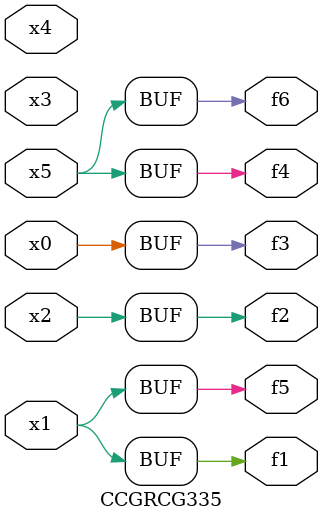
<source format=v>
module CCGRCG335(
	input x0, x1, x2, x3, x4, x5,
	output f1, f2, f3, f4, f5, f6
);
	assign f1 = x1;
	assign f2 = x2;
	assign f3 = x0;
	assign f4 = x5;
	assign f5 = x1;
	assign f6 = x5;
endmodule

</source>
